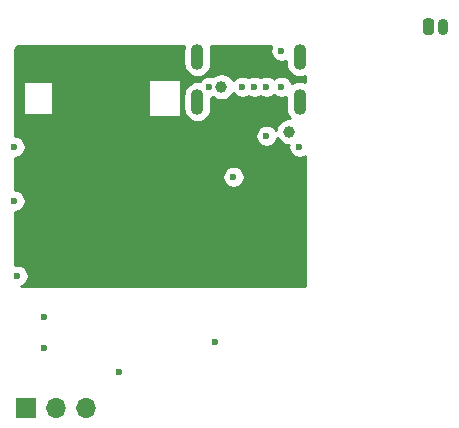
<source format=gbr>
%TF.GenerationSoftware,KiCad,Pcbnew,(5.1.8)-1*%
%TF.CreationDate,2021-03-06T05:42:10-08:00*%
%TF.ProjectId,audioboard,61756469-6f62-46f6-9172-642e6b696361,rev?*%
%TF.SameCoordinates,Original*%
%TF.FileFunction,Copper,L3,Inr*%
%TF.FilePolarity,Positive*%
%FSLAX46Y46*%
G04 Gerber Fmt 4.6, Leading zero omitted, Abs format (unit mm)*
G04 Created by KiCad (PCBNEW (5.1.8)-1) date 2021-03-06 05:42:10*
%MOMM*%
%LPD*%
G01*
G04 APERTURE LIST*
%TA.AperFunction,ComponentPad*%
%ADD10O,0.900000X1.400000*%
%TD*%
%TA.AperFunction,ComponentPad*%
%ADD11O,1.700000X1.700000*%
%TD*%
%TA.AperFunction,ComponentPad*%
%ADD12R,1.700000X1.700000*%
%TD*%
%TA.AperFunction,ComponentPad*%
%ADD13O,1.100000X2.200000*%
%TD*%
%TA.AperFunction,ViaPad*%
%ADD14C,0.600000*%
%TD*%
%TA.AperFunction,ViaPad*%
%ADD15C,1.000000*%
%TD*%
%TA.AperFunction,Conductor*%
%ADD16C,0.254000*%
%TD*%
%TA.AperFunction,Conductor*%
%ADD17C,0.100000*%
%TD*%
G04 APERTURE END LIST*
D10*
%TO.N,GND*%
%TO.C,J2*%
X113518000Y-75184000D03*
%TO.N,VBAT*%
%TA.AperFunction,ComponentPad*%
G36*
G01*
X111818000Y-75659000D02*
X111818000Y-74709000D01*
G75*
G02*
X112043000Y-74484000I225000J0D01*
G01*
X112493000Y-74484000D01*
G75*
G02*
X112718000Y-74709000I0J-225000D01*
G01*
X112718000Y-75659000D01*
G75*
G02*
X112493000Y-75884000I-225000J0D01*
G01*
X112043000Y-75884000D01*
G75*
G02*
X111818000Y-75659000I0J225000D01*
G01*
G37*
%TD.AperFunction*%
%TD*%
D11*
%TO.N,LINEIN_L*%
%TO.C,J3*%
X83312000Y-107442000D03*
%TO.N,LINEIN_R*%
X80772000Y-107442000D03*
D12*
%TO.N,GNDA*%
X78232000Y-107442000D03*
%TD*%
D13*
%TO.N,GND*%
%TO.C,J1*%
X92708000Y-81534000D03*
X101348000Y-81534000D03*
X92708000Y-77734000D03*
X101348000Y-77734000D03*
%TD*%
D14*
%TO.N,GND*%
X99822000Y-77216000D03*
X99822000Y-80264000D03*
X93726000Y-80264000D03*
X101346000Y-85344000D03*
X98552000Y-84420000D03*
X95758000Y-87884000D03*
X77216000Y-89916000D03*
X77216000Y-85344000D03*
X77470000Y-96266000D03*
%TO.N,+3V3*%
X77862685Y-83997724D03*
D15*
X98552000Y-91694000D03*
D14*
%TO.N,GNDA*%
X79672265Y-99738265D03*
X86106000Y-104394000D03*
D15*
%TO.N,VBUS*%
X94742000Y-80264000D03*
D14*
X98552000Y-80264000D03*
D15*
X100477002Y-84074000D03*
D14*
%TO.N,HP_R*%
X94234000Y-101854000D03*
%TO.N,HP_L*%
X79756000Y-102362000D03*
%TO.N,Net-(J1-PadA5)*%
X96520000Y-80264000D03*
%TO.N,Net-(J1-PadB5)*%
X97536000Y-80264000D03*
%TD*%
D16*
%TO.N,+3V3*%
X91540147Y-76951701D02*
X91523000Y-77125794D01*
X91523000Y-78342207D01*
X91540147Y-78516300D01*
X91607906Y-78739674D01*
X91717943Y-78945536D01*
X91866026Y-79125975D01*
X92046465Y-79274058D01*
X92252327Y-79384094D01*
X92475701Y-79451853D01*
X92708000Y-79474733D01*
X92940300Y-79451853D01*
X93163674Y-79384094D01*
X93369536Y-79274058D01*
X93549975Y-79125975D01*
X93698058Y-78945536D01*
X93808094Y-78739674D01*
X93875853Y-78516300D01*
X93893000Y-78342207D01*
X93893000Y-77125793D01*
X93875853Y-76951700D01*
X93845974Y-76853200D01*
X98960240Y-76853200D01*
X98922932Y-76943271D01*
X98887000Y-77123911D01*
X98887000Y-77308089D01*
X98922932Y-77488729D01*
X98993414Y-77658889D01*
X99095738Y-77812028D01*
X99225972Y-77942262D01*
X99379111Y-78044586D01*
X99549271Y-78115068D01*
X99729911Y-78151000D01*
X99914089Y-78151000D01*
X100094729Y-78115068D01*
X100163000Y-78086789D01*
X100163000Y-78342207D01*
X100180147Y-78516300D01*
X100247906Y-78739674D01*
X100357943Y-78945536D01*
X100506026Y-79125975D01*
X100686465Y-79274058D01*
X100892327Y-79384094D01*
X101115701Y-79451853D01*
X101348000Y-79474733D01*
X101580300Y-79451853D01*
X101803674Y-79384094D01*
X101806501Y-79382583D01*
X101806501Y-79885418D01*
X101803673Y-79883906D01*
X101580299Y-79816147D01*
X101348000Y-79793267D01*
X101115700Y-79816147D01*
X100892326Y-79883906D01*
X100715701Y-79978314D01*
X100650586Y-79821111D01*
X100548262Y-79667972D01*
X100418028Y-79537738D01*
X100264889Y-79435414D01*
X100094729Y-79364932D01*
X99914089Y-79329000D01*
X99729911Y-79329000D01*
X99549271Y-79364932D01*
X99379111Y-79435414D01*
X99225972Y-79537738D01*
X99187000Y-79576710D01*
X99148028Y-79537738D01*
X98994889Y-79435414D01*
X98824729Y-79364932D01*
X98644089Y-79329000D01*
X98459911Y-79329000D01*
X98279271Y-79364932D01*
X98109111Y-79435414D01*
X98044000Y-79478920D01*
X97978889Y-79435414D01*
X97808729Y-79364932D01*
X97628089Y-79329000D01*
X97443911Y-79329000D01*
X97263271Y-79364932D01*
X97093111Y-79435414D01*
X97028000Y-79478920D01*
X96962889Y-79435414D01*
X96792729Y-79364932D01*
X96612089Y-79329000D01*
X96427911Y-79329000D01*
X96247271Y-79364932D01*
X96077111Y-79435414D01*
X95923972Y-79537738D01*
X95793738Y-79667972D01*
X95750461Y-79732741D01*
X95747824Y-79726376D01*
X95623612Y-79540480D01*
X95465520Y-79382388D01*
X95279624Y-79258176D01*
X95073067Y-79172617D01*
X94853788Y-79129000D01*
X94630212Y-79129000D01*
X94410933Y-79172617D01*
X94204376Y-79258176D01*
X94027049Y-79376662D01*
X93998729Y-79364932D01*
X93818089Y-79329000D01*
X93633911Y-79329000D01*
X93453271Y-79364932D01*
X93283111Y-79435414D01*
X93129972Y-79537738D01*
X92999738Y-79667972D01*
X92903174Y-79812490D01*
X92708000Y-79793267D01*
X92475700Y-79816147D01*
X92252326Y-79883906D01*
X92046464Y-79993942D01*
X91866025Y-80142025D01*
X91717942Y-80322465D01*
X91607906Y-80528327D01*
X91540147Y-80751701D01*
X91523000Y-80925794D01*
X91523000Y-82142207D01*
X91540147Y-82316300D01*
X91607906Y-82539674D01*
X91717943Y-82745536D01*
X91866026Y-82925975D01*
X92046465Y-83074058D01*
X92252327Y-83184094D01*
X92475701Y-83251853D01*
X92708000Y-83274733D01*
X92940300Y-83251853D01*
X93163674Y-83184094D01*
X93369536Y-83074058D01*
X93549975Y-82925975D01*
X93698058Y-82745536D01*
X93808094Y-82539674D01*
X93875853Y-82316300D01*
X93893000Y-82142207D01*
X93893000Y-81184099D01*
X93998729Y-81163068D01*
X94027049Y-81151338D01*
X94204376Y-81269824D01*
X94410933Y-81355383D01*
X94630212Y-81399000D01*
X94853788Y-81399000D01*
X95073067Y-81355383D01*
X95279624Y-81269824D01*
X95465520Y-81145612D01*
X95623612Y-80987520D01*
X95747824Y-80801624D01*
X95750461Y-80795259D01*
X95793738Y-80860028D01*
X95923972Y-80990262D01*
X96077111Y-81092586D01*
X96247271Y-81163068D01*
X96427911Y-81199000D01*
X96612089Y-81199000D01*
X96792729Y-81163068D01*
X96962889Y-81092586D01*
X97028000Y-81049080D01*
X97093111Y-81092586D01*
X97263271Y-81163068D01*
X97443911Y-81199000D01*
X97628089Y-81199000D01*
X97808729Y-81163068D01*
X97978889Y-81092586D01*
X98044000Y-81049080D01*
X98109111Y-81092586D01*
X98279271Y-81163068D01*
X98459911Y-81199000D01*
X98644089Y-81199000D01*
X98824729Y-81163068D01*
X98994889Y-81092586D01*
X99148028Y-80990262D01*
X99187000Y-80951290D01*
X99225972Y-80990262D01*
X99379111Y-81092586D01*
X99549271Y-81163068D01*
X99729911Y-81199000D01*
X99914089Y-81199000D01*
X100094729Y-81163068D01*
X100163000Y-81134789D01*
X100163000Y-82142207D01*
X100180147Y-82316300D01*
X100247906Y-82539674D01*
X100357943Y-82745536D01*
X100506026Y-82925975D01*
X100521897Y-82939000D01*
X100365214Y-82939000D01*
X100145935Y-82982617D01*
X99939378Y-83068176D01*
X99753482Y-83192388D01*
X99595390Y-83350480D01*
X99471178Y-83536376D01*
X99385619Y-83742933D01*
X99348569Y-83929195D01*
X99278262Y-83823972D01*
X99148028Y-83693738D01*
X98994889Y-83591414D01*
X98824729Y-83520932D01*
X98644089Y-83485000D01*
X98459911Y-83485000D01*
X98279271Y-83520932D01*
X98109111Y-83591414D01*
X97955972Y-83693738D01*
X97825738Y-83823972D01*
X97723414Y-83977111D01*
X97652932Y-84147271D01*
X97617000Y-84327911D01*
X97617000Y-84512089D01*
X97652932Y-84692729D01*
X97723414Y-84862889D01*
X97825738Y-85016028D01*
X97955972Y-85146262D01*
X98109111Y-85248586D01*
X98279271Y-85319068D01*
X98459911Y-85355000D01*
X98644089Y-85355000D01*
X98824729Y-85319068D01*
X98994889Y-85248586D01*
X99148028Y-85146262D01*
X99278262Y-85016028D01*
X99380586Y-84862889D01*
X99451068Y-84692729D01*
X99468491Y-84605138D01*
X99471178Y-84611624D01*
X99595390Y-84797520D01*
X99753482Y-84955612D01*
X99939378Y-85079824D01*
X100145935Y-85165383D01*
X100365214Y-85209000D01*
X100419536Y-85209000D01*
X100411000Y-85251911D01*
X100411000Y-85436089D01*
X100446932Y-85616729D01*
X100517414Y-85786889D01*
X100619738Y-85940028D01*
X100749972Y-86070262D01*
X100903111Y-86172586D01*
X101073271Y-86243068D01*
X101253911Y-86279000D01*
X101438089Y-86279000D01*
X101618729Y-86243068D01*
X101788889Y-86172586D01*
X101806501Y-86160818D01*
X101806501Y-97155000D01*
X77767036Y-97155000D01*
X77912889Y-97094586D01*
X78066028Y-96992262D01*
X78196262Y-96862028D01*
X78298586Y-96708889D01*
X78369068Y-96538729D01*
X78405000Y-96358089D01*
X78405000Y-96173911D01*
X78369068Y-95993271D01*
X78298586Y-95823111D01*
X78196262Y-95669972D01*
X78066028Y-95539738D01*
X77912889Y-95437414D01*
X77742729Y-95366932D01*
X77562089Y-95331000D01*
X77377911Y-95331000D01*
X77276500Y-95351172D01*
X77276500Y-90851000D01*
X77308089Y-90851000D01*
X77488729Y-90815068D01*
X77658889Y-90744586D01*
X77812028Y-90642262D01*
X77942262Y-90512028D01*
X78044586Y-90358889D01*
X78115068Y-90188729D01*
X78151000Y-90008089D01*
X78151000Y-89823911D01*
X78115068Y-89643271D01*
X78044586Y-89473111D01*
X77942262Y-89319972D01*
X77812028Y-89189738D01*
X77658889Y-89087414D01*
X77488729Y-89016932D01*
X77308089Y-88981000D01*
X77276500Y-88981000D01*
X77276500Y-87791911D01*
X94823000Y-87791911D01*
X94823000Y-87976089D01*
X94858932Y-88156729D01*
X94929414Y-88326889D01*
X95031738Y-88480028D01*
X95161972Y-88610262D01*
X95315111Y-88712586D01*
X95485271Y-88783068D01*
X95665911Y-88819000D01*
X95850089Y-88819000D01*
X96030729Y-88783068D01*
X96200889Y-88712586D01*
X96354028Y-88610262D01*
X96484262Y-88480028D01*
X96586586Y-88326889D01*
X96657068Y-88156729D01*
X96693000Y-87976089D01*
X96693000Y-87791911D01*
X96657068Y-87611271D01*
X96586586Y-87441111D01*
X96484262Y-87287972D01*
X96354028Y-87157738D01*
X96200889Y-87055414D01*
X96030729Y-86984932D01*
X95850089Y-86949000D01*
X95665911Y-86949000D01*
X95485271Y-86984932D01*
X95315111Y-87055414D01*
X95161972Y-87157738D01*
X95031738Y-87287972D01*
X94929414Y-87441111D01*
X94858932Y-87611271D01*
X94823000Y-87791911D01*
X77276500Y-87791911D01*
X77276500Y-86279000D01*
X77308089Y-86279000D01*
X77488729Y-86243068D01*
X77658889Y-86172586D01*
X77812028Y-86070262D01*
X77942262Y-85940028D01*
X78044586Y-85786889D01*
X78115068Y-85616729D01*
X78151000Y-85436089D01*
X78151000Y-85251911D01*
X78115068Y-85071271D01*
X78044586Y-84901111D01*
X77942262Y-84747972D01*
X77812028Y-84617738D01*
X77658889Y-84515414D01*
X77488729Y-84444932D01*
X77308089Y-84409000D01*
X77276500Y-84409000D01*
X77276500Y-79883000D01*
X77978000Y-79883000D01*
X77978000Y-82550000D01*
X77980440Y-82574776D01*
X77987667Y-82598601D01*
X77999403Y-82620557D01*
X78015197Y-82639803D01*
X78034443Y-82655597D01*
X78056399Y-82667333D01*
X78080224Y-82674560D01*
X78105000Y-82677000D01*
X80391000Y-82677000D01*
X80415776Y-82674560D01*
X80439601Y-82667333D01*
X80461557Y-82655597D01*
X80480803Y-82639803D01*
X80496597Y-82620557D01*
X80508333Y-82598601D01*
X80515560Y-82574776D01*
X80518000Y-82550000D01*
X80518000Y-79883000D01*
X80515560Y-79858224D01*
X80508333Y-79834399D01*
X80496597Y-79812443D01*
X80480803Y-79793197D01*
X80461557Y-79777403D01*
X80439601Y-79765667D01*
X80415776Y-79758440D01*
X80391000Y-79756000D01*
X88519000Y-79756000D01*
X88519000Y-82677000D01*
X88521440Y-82701776D01*
X88528667Y-82725601D01*
X88540403Y-82747557D01*
X88556197Y-82766803D01*
X88575443Y-82782597D01*
X88597399Y-82794333D01*
X88621224Y-82801560D01*
X88646000Y-82804000D01*
X91186000Y-82804000D01*
X91210776Y-82801560D01*
X91234601Y-82794333D01*
X91256557Y-82782597D01*
X91275803Y-82766803D01*
X91291597Y-82747557D01*
X91303333Y-82725601D01*
X91310560Y-82701776D01*
X91313000Y-82677000D01*
X91313000Y-79756000D01*
X91310560Y-79731224D01*
X91303333Y-79707399D01*
X91291597Y-79685443D01*
X91275803Y-79666197D01*
X91256557Y-79650403D01*
X91234601Y-79638667D01*
X91210776Y-79631440D01*
X91186000Y-79629000D01*
X88646000Y-79629000D01*
X88621224Y-79631440D01*
X88597399Y-79638667D01*
X88575443Y-79650403D01*
X88556197Y-79666197D01*
X88540403Y-79685443D01*
X88528667Y-79707399D01*
X88521440Y-79731224D01*
X88519000Y-79756000D01*
X80391000Y-79756000D01*
X78105000Y-79756000D01*
X78080224Y-79758440D01*
X78056399Y-79765667D01*
X78034443Y-79777403D01*
X78015197Y-79793197D01*
X77999403Y-79812443D01*
X77987667Y-79834399D01*
X77980440Y-79858224D01*
X77978000Y-79883000D01*
X77276500Y-79883000D01*
X77276500Y-77065442D01*
X77316843Y-76968003D01*
X77391303Y-76893543D01*
X77488741Y-76853200D01*
X91570027Y-76853200D01*
X91540147Y-76951701D01*
%TA.AperFunction,Conductor*%
D17*
G36*
X91540147Y-76951701D02*
G01*
X91523000Y-77125794D01*
X91523000Y-78342207D01*
X91540147Y-78516300D01*
X91607906Y-78739674D01*
X91717943Y-78945536D01*
X91866026Y-79125975D01*
X92046465Y-79274058D01*
X92252327Y-79384094D01*
X92475701Y-79451853D01*
X92708000Y-79474733D01*
X92940300Y-79451853D01*
X93163674Y-79384094D01*
X93369536Y-79274058D01*
X93549975Y-79125975D01*
X93698058Y-78945536D01*
X93808094Y-78739674D01*
X93875853Y-78516300D01*
X93893000Y-78342207D01*
X93893000Y-77125793D01*
X93875853Y-76951700D01*
X93845974Y-76853200D01*
X98960240Y-76853200D01*
X98922932Y-76943271D01*
X98887000Y-77123911D01*
X98887000Y-77308089D01*
X98922932Y-77488729D01*
X98993414Y-77658889D01*
X99095738Y-77812028D01*
X99225972Y-77942262D01*
X99379111Y-78044586D01*
X99549271Y-78115068D01*
X99729911Y-78151000D01*
X99914089Y-78151000D01*
X100094729Y-78115068D01*
X100163000Y-78086789D01*
X100163000Y-78342207D01*
X100180147Y-78516300D01*
X100247906Y-78739674D01*
X100357943Y-78945536D01*
X100506026Y-79125975D01*
X100686465Y-79274058D01*
X100892327Y-79384094D01*
X101115701Y-79451853D01*
X101348000Y-79474733D01*
X101580300Y-79451853D01*
X101803674Y-79384094D01*
X101806501Y-79382583D01*
X101806501Y-79885418D01*
X101803673Y-79883906D01*
X101580299Y-79816147D01*
X101348000Y-79793267D01*
X101115700Y-79816147D01*
X100892326Y-79883906D01*
X100715701Y-79978314D01*
X100650586Y-79821111D01*
X100548262Y-79667972D01*
X100418028Y-79537738D01*
X100264889Y-79435414D01*
X100094729Y-79364932D01*
X99914089Y-79329000D01*
X99729911Y-79329000D01*
X99549271Y-79364932D01*
X99379111Y-79435414D01*
X99225972Y-79537738D01*
X99187000Y-79576710D01*
X99148028Y-79537738D01*
X98994889Y-79435414D01*
X98824729Y-79364932D01*
X98644089Y-79329000D01*
X98459911Y-79329000D01*
X98279271Y-79364932D01*
X98109111Y-79435414D01*
X98044000Y-79478920D01*
X97978889Y-79435414D01*
X97808729Y-79364932D01*
X97628089Y-79329000D01*
X97443911Y-79329000D01*
X97263271Y-79364932D01*
X97093111Y-79435414D01*
X97028000Y-79478920D01*
X96962889Y-79435414D01*
X96792729Y-79364932D01*
X96612089Y-79329000D01*
X96427911Y-79329000D01*
X96247271Y-79364932D01*
X96077111Y-79435414D01*
X95923972Y-79537738D01*
X95793738Y-79667972D01*
X95750461Y-79732741D01*
X95747824Y-79726376D01*
X95623612Y-79540480D01*
X95465520Y-79382388D01*
X95279624Y-79258176D01*
X95073067Y-79172617D01*
X94853788Y-79129000D01*
X94630212Y-79129000D01*
X94410933Y-79172617D01*
X94204376Y-79258176D01*
X94027049Y-79376662D01*
X93998729Y-79364932D01*
X93818089Y-79329000D01*
X93633911Y-79329000D01*
X93453271Y-79364932D01*
X93283111Y-79435414D01*
X93129972Y-79537738D01*
X92999738Y-79667972D01*
X92903174Y-79812490D01*
X92708000Y-79793267D01*
X92475700Y-79816147D01*
X92252326Y-79883906D01*
X92046464Y-79993942D01*
X91866025Y-80142025D01*
X91717942Y-80322465D01*
X91607906Y-80528327D01*
X91540147Y-80751701D01*
X91523000Y-80925794D01*
X91523000Y-82142207D01*
X91540147Y-82316300D01*
X91607906Y-82539674D01*
X91717943Y-82745536D01*
X91866026Y-82925975D01*
X92046465Y-83074058D01*
X92252327Y-83184094D01*
X92475701Y-83251853D01*
X92708000Y-83274733D01*
X92940300Y-83251853D01*
X93163674Y-83184094D01*
X93369536Y-83074058D01*
X93549975Y-82925975D01*
X93698058Y-82745536D01*
X93808094Y-82539674D01*
X93875853Y-82316300D01*
X93893000Y-82142207D01*
X93893000Y-81184099D01*
X93998729Y-81163068D01*
X94027049Y-81151338D01*
X94204376Y-81269824D01*
X94410933Y-81355383D01*
X94630212Y-81399000D01*
X94853788Y-81399000D01*
X95073067Y-81355383D01*
X95279624Y-81269824D01*
X95465520Y-81145612D01*
X95623612Y-80987520D01*
X95747824Y-80801624D01*
X95750461Y-80795259D01*
X95793738Y-80860028D01*
X95923972Y-80990262D01*
X96077111Y-81092586D01*
X96247271Y-81163068D01*
X96427911Y-81199000D01*
X96612089Y-81199000D01*
X96792729Y-81163068D01*
X96962889Y-81092586D01*
X97028000Y-81049080D01*
X97093111Y-81092586D01*
X97263271Y-81163068D01*
X97443911Y-81199000D01*
X97628089Y-81199000D01*
X97808729Y-81163068D01*
X97978889Y-81092586D01*
X98044000Y-81049080D01*
X98109111Y-81092586D01*
X98279271Y-81163068D01*
X98459911Y-81199000D01*
X98644089Y-81199000D01*
X98824729Y-81163068D01*
X98994889Y-81092586D01*
X99148028Y-80990262D01*
X99187000Y-80951290D01*
X99225972Y-80990262D01*
X99379111Y-81092586D01*
X99549271Y-81163068D01*
X99729911Y-81199000D01*
X99914089Y-81199000D01*
X100094729Y-81163068D01*
X100163000Y-81134789D01*
X100163000Y-82142207D01*
X100180147Y-82316300D01*
X100247906Y-82539674D01*
X100357943Y-82745536D01*
X100506026Y-82925975D01*
X100521897Y-82939000D01*
X100365214Y-82939000D01*
X100145935Y-82982617D01*
X99939378Y-83068176D01*
X99753482Y-83192388D01*
X99595390Y-83350480D01*
X99471178Y-83536376D01*
X99385619Y-83742933D01*
X99348569Y-83929195D01*
X99278262Y-83823972D01*
X99148028Y-83693738D01*
X98994889Y-83591414D01*
X98824729Y-83520932D01*
X98644089Y-83485000D01*
X98459911Y-83485000D01*
X98279271Y-83520932D01*
X98109111Y-83591414D01*
X97955972Y-83693738D01*
X97825738Y-83823972D01*
X97723414Y-83977111D01*
X97652932Y-84147271D01*
X97617000Y-84327911D01*
X97617000Y-84512089D01*
X97652932Y-84692729D01*
X97723414Y-84862889D01*
X97825738Y-85016028D01*
X97955972Y-85146262D01*
X98109111Y-85248586D01*
X98279271Y-85319068D01*
X98459911Y-85355000D01*
X98644089Y-85355000D01*
X98824729Y-85319068D01*
X98994889Y-85248586D01*
X99148028Y-85146262D01*
X99278262Y-85016028D01*
X99380586Y-84862889D01*
X99451068Y-84692729D01*
X99468491Y-84605138D01*
X99471178Y-84611624D01*
X99595390Y-84797520D01*
X99753482Y-84955612D01*
X99939378Y-85079824D01*
X100145935Y-85165383D01*
X100365214Y-85209000D01*
X100419536Y-85209000D01*
X100411000Y-85251911D01*
X100411000Y-85436089D01*
X100446932Y-85616729D01*
X100517414Y-85786889D01*
X100619738Y-85940028D01*
X100749972Y-86070262D01*
X100903111Y-86172586D01*
X101073271Y-86243068D01*
X101253911Y-86279000D01*
X101438089Y-86279000D01*
X101618729Y-86243068D01*
X101788889Y-86172586D01*
X101806501Y-86160818D01*
X101806501Y-97155000D01*
X77767036Y-97155000D01*
X77912889Y-97094586D01*
X78066028Y-96992262D01*
X78196262Y-96862028D01*
X78298586Y-96708889D01*
X78369068Y-96538729D01*
X78405000Y-96358089D01*
X78405000Y-96173911D01*
X78369068Y-95993271D01*
X78298586Y-95823111D01*
X78196262Y-95669972D01*
X78066028Y-95539738D01*
X77912889Y-95437414D01*
X77742729Y-95366932D01*
X77562089Y-95331000D01*
X77377911Y-95331000D01*
X77276500Y-95351172D01*
X77276500Y-90851000D01*
X77308089Y-90851000D01*
X77488729Y-90815068D01*
X77658889Y-90744586D01*
X77812028Y-90642262D01*
X77942262Y-90512028D01*
X78044586Y-90358889D01*
X78115068Y-90188729D01*
X78151000Y-90008089D01*
X78151000Y-89823911D01*
X78115068Y-89643271D01*
X78044586Y-89473111D01*
X77942262Y-89319972D01*
X77812028Y-89189738D01*
X77658889Y-89087414D01*
X77488729Y-89016932D01*
X77308089Y-88981000D01*
X77276500Y-88981000D01*
X77276500Y-87791911D01*
X94823000Y-87791911D01*
X94823000Y-87976089D01*
X94858932Y-88156729D01*
X94929414Y-88326889D01*
X95031738Y-88480028D01*
X95161972Y-88610262D01*
X95315111Y-88712586D01*
X95485271Y-88783068D01*
X95665911Y-88819000D01*
X95850089Y-88819000D01*
X96030729Y-88783068D01*
X96200889Y-88712586D01*
X96354028Y-88610262D01*
X96484262Y-88480028D01*
X96586586Y-88326889D01*
X96657068Y-88156729D01*
X96693000Y-87976089D01*
X96693000Y-87791911D01*
X96657068Y-87611271D01*
X96586586Y-87441111D01*
X96484262Y-87287972D01*
X96354028Y-87157738D01*
X96200889Y-87055414D01*
X96030729Y-86984932D01*
X95850089Y-86949000D01*
X95665911Y-86949000D01*
X95485271Y-86984932D01*
X95315111Y-87055414D01*
X95161972Y-87157738D01*
X95031738Y-87287972D01*
X94929414Y-87441111D01*
X94858932Y-87611271D01*
X94823000Y-87791911D01*
X77276500Y-87791911D01*
X77276500Y-86279000D01*
X77308089Y-86279000D01*
X77488729Y-86243068D01*
X77658889Y-86172586D01*
X77812028Y-86070262D01*
X77942262Y-85940028D01*
X78044586Y-85786889D01*
X78115068Y-85616729D01*
X78151000Y-85436089D01*
X78151000Y-85251911D01*
X78115068Y-85071271D01*
X78044586Y-84901111D01*
X77942262Y-84747972D01*
X77812028Y-84617738D01*
X77658889Y-84515414D01*
X77488729Y-84444932D01*
X77308089Y-84409000D01*
X77276500Y-84409000D01*
X77276500Y-79883000D01*
X77978000Y-79883000D01*
X77978000Y-82550000D01*
X77980440Y-82574776D01*
X77987667Y-82598601D01*
X77999403Y-82620557D01*
X78015197Y-82639803D01*
X78034443Y-82655597D01*
X78056399Y-82667333D01*
X78080224Y-82674560D01*
X78105000Y-82677000D01*
X80391000Y-82677000D01*
X80415776Y-82674560D01*
X80439601Y-82667333D01*
X80461557Y-82655597D01*
X80480803Y-82639803D01*
X80496597Y-82620557D01*
X80508333Y-82598601D01*
X80515560Y-82574776D01*
X80518000Y-82550000D01*
X80518000Y-79883000D01*
X80515560Y-79858224D01*
X80508333Y-79834399D01*
X80496597Y-79812443D01*
X80480803Y-79793197D01*
X80461557Y-79777403D01*
X80439601Y-79765667D01*
X80415776Y-79758440D01*
X80391000Y-79756000D01*
X88519000Y-79756000D01*
X88519000Y-82677000D01*
X88521440Y-82701776D01*
X88528667Y-82725601D01*
X88540403Y-82747557D01*
X88556197Y-82766803D01*
X88575443Y-82782597D01*
X88597399Y-82794333D01*
X88621224Y-82801560D01*
X88646000Y-82804000D01*
X91186000Y-82804000D01*
X91210776Y-82801560D01*
X91234601Y-82794333D01*
X91256557Y-82782597D01*
X91275803Y-82766803D01*
X91291597Y-82747557D01*
X91303333Y-82725601D01*
X91310560Y-82701776D01*
X91313000Y-82677000D01*
X91313000Y-79756000D01*
X91310560Y-79731224D01*
X91303333Y-79707399D01*
X91291597Y-79685443D01*
X91275803Y-79666197D01*
X91256557Y-79650403D01*
X91234601Y-79638667D01*
X91210776Y-79631440D01*
X91186000Y-79629000D01*
X88646000Y-79629000D01*
X88621224Y-79631440D01*
X88597399Y-79638667D01*
X88575443Y-79650403D01*
X88556197Y-79666197D01*
X88540403Y-79685443D01*
X88528667Y-79707399D01*
X88521440Y-79731224D01*
X88519000Y-79756000D01*
X80391000Y-79756000D01*
X78105000Y-79756000D01*
X78080224Y-79758440D01*
X78056399Y-79765667D01*
X78034443Y-79777403D01*
X78015197Y-79793197D01*
X77999403Y-79812443D01*
X77987667Y-79834399D01*
X77980440Y-79858224D01*
X77978000Y-79883000D01*
X77276500Y-79883000D01*
X77276500Y-77065442D01*
X77316843Y-76968003D01*
X77391303Y-76893543D01*
X77488741Y-76853200D01*
X91570027Y-76853200D01*
X91540147Y-76951701D01*
G37*
%TD.AperFunction*%
%TD*%
M02*

</source>
